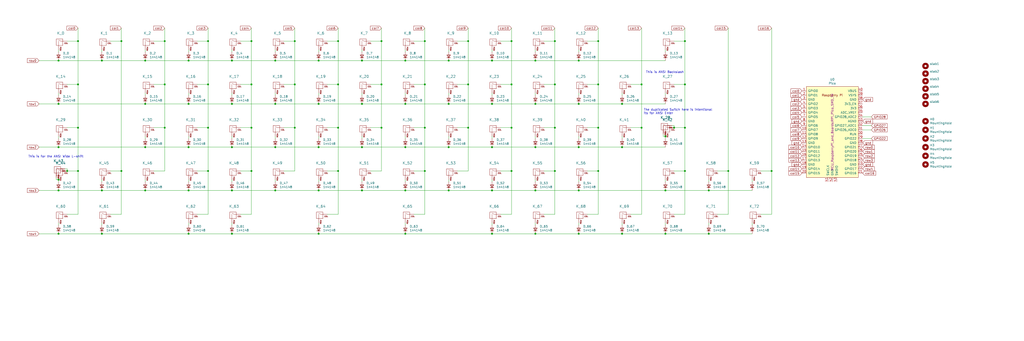
<source format=kicad_sch>
(kicad_sch (version 20211123) (generator eeschema)
  (paper "User" 599.999 200)
  (junction (at 237.49 35.56))
  (junction (at 147.32 100.33))
  (junction (at 313.69 86.36))
  (junction (at 121.92 100.33))
  (junction (at 85.09 86.36))
  (junction (at 34.29 86.36))
  (junction (at 172.72 24.13))
  (junction (at 45.72 24.13))
  (junction (at 135.89 60.96))
  (junction (at 313.69 111.76))
  (junction (at 198.12 49.53))
  (junction (at 198.12 74.93))
  (junction (at 299.72 24.13))
  (junction (at 147.32 74.93))
  (junction (at 212.09 86.36))
  (junction (at 394.97 74.93))
  (junction (at 389.89 137.16))
  (junction (at 110.49 111.76))
  (junction (at 339.09 86.36))
  (junction (at 350.52 74.93))
  (junction (at 135.89 111.76))
  (junction (at 288.29 111.76))
  (junction (at 59.69 35.56))
  (junction (at 59.69 137.16))
  (junction (at 262.89 60.96))
  (junction (at 237.49 137.16))
  (junction (at 401.32 100.33))
  (junction (at 288.29 35.56))
  (junction (at 110.49 60.96))
  (junction (at 161.29 35.56))
  (junction (at 364.49 86.36))
  (junction (at 274.32 49.53))
  (junction (at 401.32 49.53))
  (junction (at 237.49 86.36))
  (junction (at 313.69 137.16))
  (junction (at 161.29 60.96))
  (junction (at 262.89 35.56))
  (junction (at 288.29 60.96))
  (junction (at 364.49 137.16))
  (junction (at 325.12 100.33))
  (junction (at 339.09 60.96))
  (junction (at 161.29 86.36))
  (junction (at 299.72 49.53))
  (junction (at 248.92 24.13))
  (junction (at 262.89 111.76))
  (junction (at 339.09 111.76))
  (junction (at 96.52 24.13))
  (junction (at 34.29 137.16))
  (junction (at 350.52 24.13))
  (junction (at 121.92 74.93))
  (junction (at 237.49 60.96))
  (junction (at 85.09 35.56))
  (junction (at 39.37 100.33))
  (junction (at 237.49 111.76))
  (junction (at 186.69 86.36))
  (junction (at 135.89 86.36))
  (junction (at 45.72 74.93))
  (junction (at 186.69 111.76))
  (junction (at 389.89 111.76))
  (junction (at 364.49 60.96))
  (junction (at 212.09 111.76))
  (junction (at 223.52 24.13))
  (junction (at 426.72 100.33))
  (junction (at 71.12 24.13))
  (junction (at 274.32 24.13))
  (junction (at 186.69 60.96))
  (junction (at 223.52 49.53))
  (junction (at 135.89 35.56))
  (junction (at 96.52 49.53))
  (junction (at 34.29 111.76))
  (junction (at 59.69 111.76))
  (junction (at 452.12 100.33))
  (junction (at 288.29 86.36))
  (junction (at 313.69 35.56))
  (junction (at 389.89 80.01))
  (junction (at 161.29 111.76))
  (junction (at 198.12 24.13))
  (junction (at 415.29 137.16))
  (junction (at 110.49 137.16))
  (junction (at 313.69 60.96))
  (junction (at 262.89 86.36))
  (junction (at 110.49 35.56))
  (junction (at 85.09 111.76))
  (junction (at 350.52 49.53))
  (junction (at 147.32 24.13))
  (junction (at 34.29 60.96))
  (junction (at 350.52 100.33))
  (junction (at 401.32 24.13))
  (junction (at 121.92 49.53))
  (junction (at 121.92 24.13))
  (junction (at 375.92 74.93))
  (junction (at 415.29 111.76))
  (junction (at 147.32 49.53))
  (junction (at 34.29 105.41))
  (junction (at 212.09 60.96))
  (junction (at 212.09 35.56))
  (junction (at 248.92 49.53))
  (junction (at 34.29 35.56))
  (junction (at 339.09 137.16))
  (junction (at 401.32 74.93))
  (junction (at 248.92 74.93))
  (junction (at 339.09 35.56))
  (junction (at 186.69 35.56))
  (junction (at 135.89 137.16))
  (junction (at 299.72 100.33))
  (junction (at 325.12 24.13))
  (junction (at 96.52 74.93))
  (junction (at 248.92 100.33))
  (junction (at 45.72 49.53))
  (junction (at 71.12 100.33))
  (junction (at 325.12 49.53))
  (junction (at 223.52 74.93))
  (junction (at 172.72 49.53))
  (junction (at 198.12 100.33))
  (junction (at 85.09 60.96))
  (junction (at 110.49 86.36))
  (junction (at 288.29 137.16))
  (junction (at 274.32 74.93))
  (junction (at 325.12 74.93))
  (junction (at 299.72 74.93))
  (junction (at 375.92 49.53))
  (junction (at 186.69 137.16))
  (junction (at 172.72 74.93))
  (junction (at 45.72 100.33))
  (wire (pts (xy 339.09 35.56) (xy 389.89 35.56)))
  (wire (pts (xy 394.97 125.73) (xy 401.32 125.73)))
  (wire (pts (xy 350.52 125.73) (xy 350.52 100.33)))
  (wire (pts (xy 191.77 24.13) (xy 198.12 24.13)))
  (wire (pts (xy 293.37 125.73) (xy 299.72 125.73)))
  (wire (pts (xy 110.49 105.41) (xy 110.49 106.68)))
  (wire (pts (xy 161.29 111.76) (xy 186.69 111.76)))
  (wire (pts (xy 350.52 74.93) (xy 350.52 49.53)))
  (wire (pts (xy 172.72 74.93) (xy 172.72 49.53)))
  (wire (pts (xy 313.69 105.41) (xy 313.69 106.68)))
  (wire (pts (xy 248.92 24.13) (xy 248.92 49.53)))
  (wire (pts (xy 96.52 100.33) (xy 96.52 74.93)))
  (wire (pts (xy 223.52 24.13) (xy 223.52 49.53)))
  (wire (pts (xy 135.89 60.96) (xy 161.29 60.96)))
  (wire (pts (xy 212.09 105.41) (xy 212.09 106.68)))
  (wire (pts (xy 186.69 130.81) (xy 186.69 132.08)))
  (wire (pts (xy 39.37 24.13) (xy 45.72 24.13)))
  (wire (pts (xy 415.29 111.76) (xy 440.69 111.76)))
  (wire (pts (xy 237.49 86.36) (xy 262.89 86.36)))
  (wire (pts (xy 394.97 24.13) (xy 401.32 24.13)))
  (wire (pts (xy 96.52 74.93) (xy 96.52 49.53)))
  (wire (pts (xy 59.69 105.41) (xy 59.69 106.68)))
  (wire (pts (xy 59.69 35.56) (xy 85.09 35.56)))
  (wire (pts (xy 191.77 100.33) (xy 198.12 100.33)))
  (wire (pts (xy 34.29 35.56) (xy 59.69 35.56)))
  (wire (pts (xy 22.86 60.96) (xy 34.29 60.96)))
  (wire (pts (xy 212.09 111.76) (xy 237.49 111.76)))
  (wire (pts (xy 288.29 60.96) (xy 313.69 60.96)))
  (wire (pts (xy 393.7 73.66) (xy 394.97 73.66)))
  (wire (pts (xy 110.49 111.76) (xy 135.89 111.76)))
  (wire (pts (xy 388.62 78.74) (xy 388.62 80.01)))
  (wire (pts (xy 140.97 125.73) (xy 147.32 125.73)))
  (wire (pts (xy 64.77 24.13) (xy 71.12 24.13)))
  (wire (pts (xy 186.69 137.16) (xy 237.49 137.16)))
  (wire (pts (xy 420.37 125.73) (xy 426.72 125.73)))
  (wire (pts (xy 96.52 24.13) (xy 96.52 49.53)))
  (wire (pts (xy 389.89 105.41) (xy 389.89 106.68)))
  (wire (pts (xy 237.49 130.81) (xy 237.49 132.08)))
  (wire (pts (xy 267.97 24.13) (xy 274.32 24.13)))
  (wire (pts (xy 313.69 86.36) (xy 339.09 86.36)))
  (wire (pts (xy 293.37 100.33) (xy 299.72 100.33)))
  (wire (pts (xy 318.77 100.33) (xy 325.12 100.33)))
  (wire (pts (xy 344.17 49.53) (xy 350.52 49.53)))
  (wire (pts (xy 299.72 125.73) (xy 299.72 100.33)))
  (wire (pts (xy 161.29 54.61) (xy 161.29 55.88)))
  (wire (pts (xy 161.29 80.01) (xy 161.29 81.28)))
  (wire (pts (xy 140.97 24.13) (xy 147.32 24.13)))
  (wire (pts (xy 325.12 24.13) (xy 325.12 49.53)))
  (wire (pts (xy 140.97 49.53) (xy 147.32 49.53)))
  (wire (pts (xy 364.49 130.81) (xy 364.49 132.08)))
  (wire (pts (xy 248.92 125.73) (xy 248.92 100.33)))
  (wire (pts (xy 96.52 16.51) (xy 96.52 24.13)))
  (wire (pts (xy 186.69 111.76) (xy 212.09 111.76)))
  (wire (pts (xy 85.09 29.21) (xy 85.09 30.48)))
  (wire (pts (xy 401.32 100.33) (xy 401.32 74.93)))
  (wire (pts (xy 339.09 86.36) (xy 364.49 86.36)))
  (wire (pts (xy 147.32 16.51) (xy 147.32 24.13)))
  (wire (pts (xy 59.69 111.76) (xy 85.09 111.76)))
  (wire (pts (xy 364.49 137.16) (xy 389.89 137.16)))
  (wire (pts (xy 135.89 137.16) (xy 186.69 137.16)))
  (wire (pts (xy 85.09 60.96) (xy 110.49 60.96)))
  (wire (pts (xy 325.12 74.93) (xy 325.12 49.53)))
  (wire (pts (xy 198.12 16.51) (xy 198.12 24.13)))
  (wire (pts (xy 288.29 29.21) (xy 288.29 30.48)))
  (wire (pts (xy 313.69 29.21) (xy 313.69 30.48)))
  (wire (pts (xy 325.12 100.33) (xy 325.12 74.93)))
  (wire (pts (xy 313.69 130.81) (xy 313.69 132.08)))
  (wire (pts (xy 369.57 74.93) (xy 375.92 74.93)))
  (wire (pts (xy 267.97 49.53) (xy 274.32 49.53)))
  (wire (pts (xy 288.29 137.16) (xy 313.69 137.16)))
  (wire (pts (xy 288.29 105.41) (xy 288.29 106.68)))
  (wire (pts (xy 350.52 24.13) (xy 350.52 49.53)))
  (wire (pts (xy 288.29 80.01) (xy 288.29 81.28)))
  (wire (pts (xy 212.09 35.56) (xy 237.49 35.56)))
  (wire (pts (xy 198.12 125.73) (xy 198.12 100.33)))
  (wire (pts (xy 135.89 54.61) (xy 135.89 55.88)))
  (wire (pts (xy 140.97 74.93) (xy 147.32 74.93)))
  (wire (pts (xy 262.89 105.41) (xy 262.89 106.68)))
  (wire (pts (xy 242.57 49.53) (xy 248.92 49.53)))
  (wire (pts (xy 110.49 60.96) (xy 135.89 60.96)))
  (wire (pts (xy 339.09 60.96) (xy 364.49 60.96)))
  (wire (pts (xy 186.69 54.61) (xy 186.69 55.88)))
  (wire (pts (xy 135.89 80.01) (xy 135.89 81.28)))
  (wire (pts (xy 344.17 100.33) (xy 350.52 100.33)))
  (wire (pts (xy 401.32 49.53) (xy 401.32 74.93)))
  (wire (pts (xy 90.17 100.33) (xy 96.52 100.33)))
  (wire (pts (xy 39.37 74.93) (xy 45.72 74.93)))
  (wire (pts (xy 313.69 111.76) (xy 339.09 111.76)))
  (wire (pts (xy 325.12 125.73) (xy 325.12 100.33)))
  (wire (pts (xy 339.09 137.16) (xy 364.49 137.16)))
  (wire (pts (xy 364.49 54.61) (xy 364.49 55.88)))
  (wire (pts (xy 369.57 125.73) (xy 375.92 125.73)))
  (wire (pts (xy 147.32 74.93) (xy 147.32 49.53)))
  (wire (pts (xy 115.57 24.13) (xy 121.92 24.13)))
  (wire (pts (xy 186.69 80.01) (xy 186.69 81.28)))
  (wire (pts (xy 318.77 125.73) (xy 325.12 125.73)))
  (wire (pts (xy 85.09 80.01) (xy 85.09 81.28)))
  (wire (pts (xy 375.92 16.51) (xy 375.92 49.53)))
  (wire (pts (xy 166.37 24.13) (xy 172.72 24.13)))
  (wire (pts (xy 161.29 29.21) (xy 161.29 30.48)))
  (wire (pts (xy 445.77 100.33) (xy 452.12 100.33)))
  (wire (pts (xy 426.72 16.51) (xy 426.72 100.33)))
  (wire (pts (xy 452.12 16.51) (xy 452.12 100.33)))
  (wire (pts (xy 161.29 105.41) (xy 161.29 106.68)))
  (wire (pts (xy 262.89 29.21) (xy 262.89 30.48)))
  (wire (pts (xy 339.09 105.41) (xy 339.09 106.68)))
  (wire (pts (xy 389.89 137.16) (xy 415.29 137.16)))
  (wire (pts (xy 71.12 125.73) (xy 71.12 100.33)))
  (wire (pts (xy 115.57 49.53) (xy 121.92 49.53)))
  (wire (pts (xy 161.29 60.96) (xy 186.69 60.96)))
  (wire (pts (xy 415.29 105.41) (xy 415.29 106.68)))
  (wire (pts (xy 242.57 100.33) (xy 248.92 100.33)))
  (wire (pts (xy 237.49 35.56) (xy 262.89 35.56)))
  (wire (pts (xy 217.17 100.33) (xy 223.52 100.33)))
  (wire (pts (xy 110.49 86.36) (xy 135.89 86.36)))
  (wire (pts (xy 274.32 74.93) (xy 274.32 49.53)))
  (wire (pts (xy 34.29 29.21) (xy 34.29 30.48)))
  (wire (pts (xy 22.86 137.16) (xy 34.29 137.16)))
  (wire (pts (xy 299.72 24.13) (xy 299.72 49.53)))
  (wire (pts (xy 420.37 100.33) (xy 426.72 100.33)))
  (wire (pts (xy 147.32 24.13) (xy 147.32 49.53)))
  (wire (pts (xy 242.57 74.93) (xy 248.92 74.93)))
  (wire (pts (xy 166.37 49.53) (xy 172.72 49.53)))
  (wire (pts (xy 212.09 54.61) (xy 212.09 55.88)))
  (wire (pts (xy 186.69 86.36) (xy 212.09 86.36)))
  (wire (pts (xy 313.69 54.61) (xy 313.69 55.88)))
  (wire (pts (xy 121.92 16.51) (xy 121.92 24.13)))
  (wire (pts (xy 34.29 86.36) (xy 85.09 86.36)))
  (wire (pts (xy 344.17 125.73) (xy 350.52 125.73)))
  (wire (pts (xy 262.89 111.76) (xy 288.29 111.76)))
  (wire (pts (xy 237.49 29.21) (xy 237.49 30.48)))
  (wire (pts (xy 339.09 54.61) (xy 339.09 55.88)))
  (wire (pts (xy 313.69 35.56) (xy 339.09 35.56)))
  (wire (pts (xy 237.49 54.61) (xy 237.49 55.88)))
  (wire (pts (xy 293.37 24.13) (xy 299.72 24.13)))
  (wire (pts (xy 85.09 111.76) (xy 110.49 111.76)))
  (wire (pts (xy 217.17 49.53) (xy 223.52 49.53)))
  (wire (pts (xy 375.92 125.73) (xy 375.92 74.93)))
  (wire (pts (xy 71.12 16.51) (xy 71.12 24.13)))
  (wire (pts (xy 135.89 86.36) (xy 161.29 86.36)))
  (wire (pts (xy 388.62 80.01) (xy 389.89 80.01)))
  (wire (pts (xy 217.17 24.13) (xy 223.52 24.13)))
  (wire (pts (xy 198.12 74.93) (xy 198.12 49.53)))
  (wire (pts (xy 85.09 35.56) (xy 110.49 35.56)))
  (wire (pts (xy 389.89 111.76) (xy 415.29 111.76)))
  (wire (pts (xy 313.69 137.16) (xy 339.09 137.16)))
  (wire (pts (xy 39.37 125.73) (xy 45.72 125.73)))
  (wire (pts (xy 394.97 100.33) (xy 401.32 100.33)))
  (wire (pts (xy 505.46 76.2) (xy 510.54 76.2)))
  (wire (pts (xy 389.89 29.21) (xy 389.89 30.48)))
  (wire (pts (xy 318.77 74.93) (xy 325.12 74.93)))
  (wire (pts (xy 440.69 130.81) (xy 440.69 132.08)))
  (wire (pts (xy 172.72 24.13) (xy 172.72 49.53)))
  (wire (pts (xy 110.49 130.81) (xy 110.49 132.08)))
  (wire (pts (xy 267.97 74.93) (xy 274.32 74.93)))
  (wire (pts (xy 85.09 86.36) (xy 110.49 86.36)))
  (wire (pts (xy 110.49 137.16) (xy 135.89 137.16)))
  (wire (pts (xy 274.32 100.33) (xy 274.32 74.93)))
  (wire (pts (xy 110.49 29.21) (xy 110.49 30.48)))
  (wire (pts (xy 33.02 104.14) (xy 33.02 105.41)))
  (wire (pts (xy 45.72 16.51) (xy 45.72 24.13)))
  (wire (pts (xy 510.54 73.66) (xy 505.46 73.66)))
  (wire (pts (xy 71.12 24.13) (xy 71.12 100.33)))
  (wire (pts (xy 440.69 105.41) (xy 440.69 106.68)))
  (wire (pts (xy 115.57 74.93) (xy 121.92 74.93)))
  (wire (pts (xy 452.12 125.73) (xy 452.12 100.33)))
  (wire (pts (xy 45.72 74.93) (xy 45.72 49.53)))
  (wire (pts (xy 90.17 49.53) (xy 96.52 49.53)))
  (wire (pts (xy 505.46 68.58) (xy 510.54 68.58)))
  (wire (pts (xy 59.69 29.21) (xy 59.69 30.48)))
  (wire (pts (xy 33.02 105.41) (xy 34.29 105.41)))
  (wire (pts (xy 135.89 35.56) (xy 161.29 35.56)))
  (wire (pts (xy 166.37 74.93) (xy 172.72 74.93)))
  (wire (pts (xy 22.86 111.76) (xy 34.29 111.76)))
  (wire (pts (xy 364.49 60.96) (xy 389.89 60.96)))
  (wire (pts (xy 38.1 99.06) (xy 39.37 99.06)))
  (wire (pts (xy 212.09 60.96) (xy 237.49 60.96)))
  (wire (pts (xy 262.89 54.61) (xy 262.89 55.88)))
  (wire (pts (xy 59.69 137.16) (xy 110.49 137.16)))
  (wire (pts (xy 237.49 111.76) (xy 262.89 111.76)))
  (wire (pts (xy 288.29 54.61) (xy 288.29 55.88)))
  (wire (pts (xy 274.32 16.51) (xy 274.32 24.13)))
  (wire (pts (xy 22.86 86.36) (xy 34.29 86.36)))
  (wire (pts (xy 198.12 100.33) (xy 198.12 74.93)))
  (wire (pts (xy 288.29 35.56) (xy 313.69 35.56)))
  (wire (pts (xy 445.77 125.73) (xy 452.12 125.73)))
  (wire (pts (xy 161.29 86.36) (xy 186.69 86.36)))
  (wire (pts (xy 39.37 49.53) (xy 45.72 49.53)))
  (wire (pts (xy 339.09 29.21) (xy 339.09 30.48)))
  (wire (pts (xy 318.77 49.53) (xy 325.12 49.53)))
  (wire (pts (xy 186.69 60.96) (xy 212.09 60.96)))
  (wire (pts (xy 313.69 80.01) (xy 313.69 81.28)))
  (wire (pts (xy 237.49 80.01) (xy 237.49 81.28)))
  (wire (pts (xy 85.09 105.41) (xy 85.09 106.68)))
  (wire (pts (xy 237.49 137.16) (xy 288.29 137.16)))
  (wire (pts (xy 135.89 130.81) (xy 135.89 132.08)))
  (wire (pts (xy 147.32 100.33) (xy 147.32 74.93)))
  (wire (pts (xy 288.29 86.36) (xy 313.69 86.36)))
  (wire (pts (xy 318.77 24.13) (xy 325.12 24.13)))
  (wire (pts (xy 394.97 74.93) (xy 401.32 74.93)))
  (wire (pts (xy 299.72 100.33) (xy 299.72 74.93)))
  (wire (pts (xy 364.49 86.36) (xy 389.89 86.36)))
  (wire (pts (xy 34.29 60.96) (xy 85.09 60.96)))
  (wire (pts (xy 39.37 100.33) (xy 45.72 100.33)))
  (wire (pts (xy 90.17 24.13) (xy 96.52 24.13)))
  (wire (pts (xy 34.29 137.16) (xy 59.69 137.16)))
  (wire (pts (xy 237.49 60.96) (xy 262.89 60.96)))
  (wire (pts (xy 191.77 125.73) (xy 198.12 125.73)))
  (wire (pts (xy 401.32 16.51) (xy 401.32 24.13)))
  (wire (pts (xy 45.72 24.13) (xy 45.72 49.53)))
  (wire (pts (xy 217.17 74.93) (xy 223.52 74.93)))
  (wire (pts (xy 415.29 130.81) (xy 415.29 132.08)))
  (wire (pts (xy 350.52 16.51) (xy 350.52 24.13)))
  (wire (pts (xy 274.32 24.13) (xy 274.32 49.53)))
  (wire (pts (xy 375.92 74.93) (xy 375.92 49.53)))
  (wire (pts (xy 140.97 100.33) (xy 147.32 100.33)))
  (wire (pts (xy 172.72 16.51) (xy 172.72 24.13)))
  (wire (pts (xy 34.29 54.61) (xy 34.29 55.88)))
  (wire (pts (xy 339.09 80.01) (xy 339.09 81.28)))
  (wire (pts (xy 350.52 100.33) (xy 350.52 74.93)))
  (wire (pts (xy 110.49 35.56) (xy 135.89 35.56)))
  (wire (pts (xy 288.29 130.81) (xy 288.29 132.08)))
  (wire (pts (xy 313.69 60.96) (xy 339.09 60.96)))
  (wire (pts (xy 394.97 73.66) (xy 394.97 74.93)))
  (wire (pts (xy 242.57 125.73) (xy 248.92 125.73)))
  (wire (pts (xy 344.17 24.13) (xy 350.52 24.13)))
  (wire (pts (xy 115.57 125.73) (xy 121.92 125.73)))
  (wire (pts (xy 64.77 100.33) (xy 71.12 100.33)))
  (wire (pts (xy 64.77 125.73) (xy 71.12 125.73)))
  (wire (pts (xy 248.92 74.93) (xy 248.92 49.53)))
  (wire (pts (xy 389.89 130.81) (xy 389.89 132.08)))
  (wire (pts (xy 59.69 130.81) (xy 59.69 132.08)))
  (wire (pts (xy 401.32 125.73) (xy 401.32 100.33)))
  (wire (pts (xy 121.92 100.33) (xy 121.92 74.93)))
  (wire (pts (xy 339.09 130.81) (xy 339.09 132.08)))
  (wire (pts (xy 293.37 74.93) (xy 299.72 74.93)))
  (wire (pts (xy 22.86 35.56) (xy 34.29 35.56)))
  (wire (pts (xy 212.09 80.01) (xy 212.09 81.28)))
  (wire (pts (xy 394.97 49.53) (xy 401.32 49.53)))
  (wire (pts (xy 223.52 74.93) (xy 223.52 49.53)))
  (wire (pts (xy 339.09 111.76) (xy 389.89 111.76)))
  (wire (pts (xy 45.72 100.33) (xy 45.72 74.93)))
  (wire (pts (xy 39.37 99.06) (xy 39.37 100.33)))
  (wire (pts (xy 262.89 80.01) (xy 262.89 81.28)))
  (wire (pts (xy 166.37 100.33) (xy 172.72 100.33)))
  (wire (pts (xy 401.32 24.13) (xy 401.32 49.53)))
  (wire (pts (xy 85.09 54.61) (xy 85.09 55.88)))
  (wire (pts (xy 186.69 105.41) (xy 186.69 106.68)))
  (wire (pts (xy 121.92 74.93) (xy 121.92 49.53)))
  (wire (pts (xy 293.37 49.53) (xy 299.72 49.53)))
  (wire (pts (xy 267.97 100.33) (xy 274.32 100.33)))
  (wire (pts (xy 34.29 111.76) (xy 59.69 111.76)))
  (wire (pts (xy 34.29 130.81) (xy 34.29 132.08)))
  (wire (pts (xy 242.57 24.13) (xy 248.92 24.13)))
  (wire (pts (xy 262.89 35.56) (xy 288.29 35.56)))
  (wire (pts (xy 198.12 24.13) (xy 198.12 49.53)))
  (wire (pts (xy 186.69 29.21) (xy 186.69 30.48)))
  (wire (pts (xy 248.92 100.33) (xy 248.92 74.93)))
  (wire (pts (xy 161.29 35.56) (xy 186.69 35.56)))
  (wire (pts (xy 191.77 49.53) (xy 198.12 49.53)))
  (wire (pts (xy 223.52 100.33) (xy 223.52 74.93)))
  (wire (pts (xy 299.72 74.93) (xy 299.72 49.53)))
  (wire (pts (xy 262.89 60.96) (xy 288.29 60.96)))
  (wire (pts (xy 364.49 80.01) (xy 364.49 81.28)))
  (wire (pts (xy 147.32 125.73) (xy 147.32 100.33)))
  (wire (pts (xy 186.69 35.56) (xy 212.09 35.56)))
  (wire (pts (xy 115.57 100.33) (xy 121.92 100.33)))
  (wire (pts (xy 110.49 54.61) (xy 110.49 55.88)))
  (wire (pts (xy 212.09 86.36) (xy 237.49 86.36)))
  (wire (pts (xy 110.49 80.01) (xy 110.49 81.28)))
  (wire (pts (xy 344.17 74.93) (xy 350.52 74.93)))
  (wire (pts (xy 237.49 105.41) (xy 237.49 106.68)))
  (wire (pts (xy 369.57 49.53) (xy 375.92 49.53)))
  (wire (pts (xy 34.29 80.01) (xy 34.29 81.28)))
  (wire (pts (xy 415.29 137.16) (xy 440.69 137.16)))
  (wire (pts (xy 34.29 105.41) (xy 34.29 106.68)))
  (wire (pts (xy 505.46 81.28) (xy 510.54 81.28)))
  (wire (pts (xy 135.89 29.21) (xy 135.89 30.48)))
  (wire (pts (xy 262.89 86.36) (xy 288.29 86.36)))
  (wire (pts (xy 299.72 16.51) (xy 299.72 24.13)))
  (wire (pts (xy 288.29 111.76) (xy 313.69 111.76)))
  (wire (pts (xy 45.72 125.73) (xy 45.72 100.33)))
  (wire (pts (xy 121.92 125.73) (xy 121.92 100.33)))
  (wire (pts (xy 212.09 29.21) (xy 212.09 30.48)))
  (wire (pts (xy 135.89 111.76) (xy 161.29 111.76)))
  (wire (pts (xy 248.92 16.51) (xy 248.92 24.13)))
  (wire (pts (xy 191.77 74.93) (xy 198.12 74.93)))
  (wire (pts (xy 325.12 16.51) (xy 325.12 24.13)))
  (wire (pts (xy 426.72 125.73) (xy 426.72 100.33)))
  (wire (pts (xy 90.17 74.93) (xy 96.52 74.93)))
  (wire (pts (xy 223.52 16.51) (xy 223.52 24.13)))
  (wire (pts (xy 389.89 80.01) (xy 389.89 81.28)))
  (wire (pts (xy 121.92 24.13) (xy 121.92 49.53)))
  (wire (pts (xy 135.89 105.41) (xy 135.89 106.68)))
  (wire (pts (xy 172.72 100.33) (xy 172.72 74.93)))
  (wire (pts (xy 389.89 55.88) (xy 389.89 54.61)))
  (text "The duplicated Switch here is intentional\nits for ANSI Enter" (at 377.19 67.31 0) (effects (font (size 1.27 1.27)) (justify left bottom)))
  (text "This is ANSI Backslash" (at 378.46 43.18 0) (effects (font (size 1.27 1.27)) (justify left bottom)))
  (text "This is for the ANSI Wide L-shift" (at 16.51 92.71 0) (effects (font (size 1.27 1.27)) (justify left bottom)))
  (global_label "gnd" (shape input) (at 505.46 83.82 0) (property "Intersheet References" "${INTERSHEET_REFS}" (effects hide)))
  (global_label "gnd" (shape input) (at 469.9 58.42 180) (property "Intersheet References" "${INTERSHEET_REFS}" (effects hide)))
  (global_label "col9" (shape input) (at 469.9 81.28 180) (property "Intersheet References" "${INTERSHEET_REFS}" (effects hide)))
  (global_label "row3" (shape input) (at 505.46 93.98 0) (property "Intersheet References" "${INTERSHEET_REFS}" (effects hide)))
  (global_label "col5" (shape input) (at 172.72 16.51 180) (property "Intersheet References" "${INTERSHEET_REFS}" (effects hide)))
  (global_label "col0" (shape input) (at 469.9 53.34 180) (property "Intersheet References" "${INTERSHEET_REFS}" (effects hide)))
  (global_label "col1" (shape input) (at 469.9 55.88 180) (property "Intersheet References" "${INTERSHEET_REFS}" (effects hide)))
  (global_label "col6" (shape input) (at 469.9 73.66 180) (property "Intersheet References" "${INTERSHEET_REFS}" (effects hide)))
  (global_label "gnd" (shape input) (at 469.9 71.12 180) (property "Intersheet References" "${INTERSHEET_REFS}" (effects hide)))
  (global_label "col6" (shape input) (at 198.12 16.51 180) (property "Intersheet References" "${INTERSHEET_REFS}" (effects hide)))
  (global_label "GPIO22" (shape input) (at 510.54 81.28 0) (property "Intersheet References" "${INTERSHEET_REFS}" (effects hide)))
  (global_label "col16" (shape input) (at 505.46 101.6 0) (property "Intersheet References" "${INTERSHEET_REFS}" (effects hide)))
  (global_label "GPIO28" (shape input) (at 510.54 68.58 0) (property "Intersheet References" "${INTERSHEET_REFS}" (effects hide)))
  (global_label "row4" (shape input) (at 22.86 137.16 180) (property "Intersheet References" "${INTERSHEET_REFS}" (effects hide)))
  (global_label "row1" (shape input) (at 505.46 88.9 0) (property "Intersheet References" "${INTERSHEET_REFS}" (effects hide)))
  (global_label "col0" (shape input) (at 45.72 16.51 180) (property "Intersheet References" "${INTERSHEET_REFS}" (effects hide)))
  (global_label "gnd" (shape input) (at 505.46 58.42 0) (property "Intersheet References" "${INTERSHEET_REFS}" (effects hide)))
  (global_label "row2" (shape input) (at 505.46 91.44 0) (property "Intersheet References" "${INTERSHEET_REFS}" (effects hide)))
  (global_label "col2" (shape input) (at 96.52 16.51 180) (property "Intersheet References" "${INTERSHEET_REFS}" (effects hide)))
  (global_label "gnd" (shape input) (at 505.46 71.12 0) (property "Intersheet References" "${INTERSHEET_REFS}" (effects hide)))
  (global_label "GPIO27" (shape input) (at 510.54 73.66 0) (property "Intersheet References" "${INTERSHEET_REFS}" (effects hide)))
  (global_label "col13" (shape input) (at 375.92 16.51 180) (property "Intersheet References" "${INTERSHEET_REFS}" (effects hide)))
  (global_label "col5" (shape input) (at 469.9 68.58 180) (property "Intersheet References" "${INTERSHEET_REFS}" (effects hide)))
  (global_label "col14" (shape input) (at 401.32 16.51 180) (property "Intersheet References" "${INTERSHEET_REFS}" (effects hide)))
  (global_label "col10" (shape input) (at 469.9 86.36 180) (property "Intersheet References" "${INTERSHEET_REFS}" (effects hide)))
  (global_label "col16" (shape input) (at 452.12 16.51 180) (property "Intersheet References" "${INTERSHEET_REFS}" (effects hide)))
  (global_label "GPIO26" (shape input) (at 510.54 76.2 0) (property "Intersheet References" "${INTERSHEET_REFS}" (effects hide)))
  (global_label "col12" (shape input) (at 350.52 16.51 180) (property "Intersheet References" "${INTERSHEET_REFS}" (effects hide)))
  (global_label "col2" (shape input) (at 469.9 60.96 180) (property "Intersheet References" "${INTERSHEET_REFS}" (effects hide)))
  (global_label "col7" (shape input) (at 469.9 76.2 180) (property "Intersheet References" "${INTERSHEET_REFS}" (effects hide)))
  (global_label "row0" (shape input) (at 505.46 86.36 0) (property "Intersheet References" "${INTERSHEET_REFS}" (effects hide)))
  (global_label "col3" (shape input) (at 469.9 63.5 180) (property "Intersheet References" "${INTERSHEET_REFS}" (effects hide)))
  (global_label "col7" (shape input) (at 223.52 16.51 180) (property "Intersheet References" "${INTERSHEET_REFS}" (effects hide)))
  (global_label "row0" (shape input) (at 22.86 35.56 180) (property "Intersheet References" "${INTERSHEET_REFS}" (effects hide)))
  (global_label "gnd" (shape input) (at 469.9 83.82 180) (property "Intersheet References" "${INTERSHEET_REFS}" (effects hide)))
  (global_label "row3" (shape input) (at 22.86 111.76 180) (property "Intersheet References" "${INTERSHEET_REFS}" (effects hide)))
  (global_label "col4" (shape input) (at 469.9 66.04 180) (property "Intersheet References" "${INTERSHEET_REFS}" (effects hide)))
  (global_label "col11" (shape input) (at 325.12 16.51 180) (property "Intersheet References" "${INTERSHEET_REFS}" (effects hide)))
  (global_label "col13" (shape input) (at 469.9 93.98 180) (property "Intersheet References" "${INTERSHEET_REFS}" (effects hide)))
  (global_label "col1" (shape input) (at 71.12 16.51 180) (property "Intersheet References" "${INTERSHEET_REFS}" (effects hide)))
  (global_label "col11" (shape input) (at 469.9 88.9 180) (property "Intersheet References" "${INTERSHEET_REFS}" (effects hide)))
  (global_label "col8" (shape input) (at 248.92 16.51 180) (property "Intersheet References" "${INTERSHEET_REFS}" (effects hide)))
  (global_label "col4" (shape input) (at 147.32 16.51 180) (property "Intersheet References" "${INTERSHEET_REFS}" (effects hide)))
  (global_label "col3" (shape input) (at 121.92 16.51 180) (property "Intersheet References" "${INTERSHEET_REFS}" (effects hide)))
  (global_label "row2" (shape input) (at 22.86 86.36 180) (property "Intersheet References" "${INTERSHEET_REFS}" (effects hide)))
  (global_label "col15" (shape input) (at 426.72 16.51 180) (property "Intersheet References" "${INTERSHEET_REFS}" (effects hide)))
  (global_label "col12" (shape input) (at 469.9 91.44 180) (property "Intersheet References" "${INTERSHEET_REFS}" (effects hide)))
  (global_label "col8" (shape input) (at 469.9 78.74 180) (property "Intersheet References" "${INTERSHEET_REFS}" (effects hide)))
  (global_label "col14" (shape input) (at 469.9 99.06 180) (property "Intersheet References" "${INTERSHEET_REFS}" (effects hide)))
  (global_label "row1" (shape input) (at 22.86 60.96 180) (property "Intersheet References" "${INTERSHEET_REFS}" (effects hide)))
  (global_label "col10" (shape input) (at 299.72 16.51 180) (property "Intersheet References" "${INTERSHEET_REFS}" (effects hide)))
  (global_label "gnd" (shape input) (at 505.46 96.52 0) (property "Intersheet References" "${INTERSHEET_REFS}" (effects hide)))
  (global_label "gnd" (shape input) (at 469.9 96.52 180) (property "Intersheet References" "${INTERSHEET_REFS}" (effects hide)))
  (global_label "row4" (shape input) (at 505.46 99.06 0) (property "Intersheet References" "${INTERSHEET_REFS}" (effects hide)))
  (global_label "col9" (shape input) (at 274.32 16.51 180) (property "Intersheet References" "${INTERSHEET_REFS}" (effects hide)))
  (global_label "col15" (shape input) (at 469.9 101.6 180) (property "Intersheet References" "${INTERSHEET_REFS}" (effects hide)))
  (symbol (lib_id "MX_Alps_Hybrid:MX-NoLED") (at 35.56 25.4 0) (unit 1)
    (property "Reference" "K_0" (at 35.56 19.4818 0) (effects (font (size 1.524 1.524))))
    (property "Value" "MX Switch" (effects hide))
    (property "Footprint" "envextras:SW_Kailh_Choc_V2" (effects hide))
  )
  (symbol (lib_id "Device:D_Small") (at 59.69 33.02 90) (unit 1)
    (property "Reference" "D_1" (at 62.23 31.242 90) (effects (justify right)))
    (property "Value" "1n4148" (at 62.23 33.528 90) (effects (justify right)))
    (property "Footprint" "Diode_SMD:D_SOD-123" (effects hide))
  )
  (symbol (lib_id "MX_Alps_Hybrid:MX-NoLED") (at 60.96 25.4 0) (unit 1)
    (property "Reference" "K_1" (at 60.96 19.4818 0) (effects (font (size 1.524 1.524))))
    (property "Value" "MX Switch" (effects hide))
    (property "Footprint" "envextras:SW_Kailh_Choc_V2" (effects hide))
  )
  (symbol (lib_id "Device:D_Small") (at 85.09 33.02 90) (unit 1)
    (property "Reference" "D_2" (at 87.63 31.242 90) (effects (justify right)))
    (property "Value" "1n4148" (at 87.63 33.528 90) (effects (justify right)))
    (property "Footprint" "Diode_SMD:D_SOD-123" (effects hide))
  )
  (symbol (lib_id "MX_Alps_Hybrid:MX-NoLED") (at 86.36 25.4 0) (unit 1)
    (property "Reference" "K_2" (at 86.36 19.4818 0) (effects (font (size 1.524 1.524))))
    (property "Value" "MX Switch" (effects hide))
    (property "Footprint" "envextras:SW_Kailh_Choc_V2" (effects hide))
  )
  (symbol (lib_id "Device:D_Small") (at 110.49 33.02 90) (unit 1)
    (property "Reference" "D_3" (at 113.03 31.242 90) (effects (justify right)))
    (property "Value" "1n4148" (at 113.03 33.528 90) (effects (justify right)))
    (property "Footprint" "Diode_SMD:D_SOD-123" (effects hide))
  )
  (symbol (lib_id "MX_Alps_Hybrid:MX-NoLED") (at 111.76 25.4 0) (unit 1)
    (property "Reference" "K_3" (at 111.76 19.4818 0) (effects (font (size 1.524 1.524))))
    (property "Value" "MX Switch" (effects hide))
    (property "Footprint" "envextras:SW_Kailh_Choc_V2" (effects hide))
  )
  (symbol (lib_id "Device:D_Small") (at 135.89 33.02 90) (unit 1)
    (property "Reference" "D_4" (at 138.43 31.242 90) (effects (justify right)))
    (property "Value" "1n4148" (at 138.43 33.528 90) (effects (justify right)))
    (property "Footprint" "Diode_SMD:D_SOD-123" (effects hide))
  )
  (symbol (lib_id "MX_Alps_Hybrid:MX-NoLED") (at 137.16 25.4 0) (unit 1)
    (property "Reference" "K_4" (at 137.16 19.4818 0) (effects (font (size 1.524 1.524))))
    (property "Value" "MX Switch" (effects hide))
    (property "Footprint" "envextras:SW_Kailh_Choc_V2" (effects hide))
  )
  (symbol (lib_id "Device:D_Small") (at 161.29 33.02 90) (unit 1)
    (property "Reference" "D_5" (at 163.83 31.242 90) (effects (justify right)))
    (property "Value" "1n4148" (at 163.83 33.528 90) (effects (justify right)))
    (property "Footprint" "Diode_SMD:D_SOD-123" (effects hide))
  )
  (symbol (lib_id "MX_Alps_Hybrid:MX-NoLED") (at 162.56 25.4 0) (unit 1)
    (property "Reference" "K_5" (at 162.56 19.4818 0) (effects (font (size 1.524 1.524))))
    (property "Value" "MX Switch" (effects hide))
    (property "Footprint" "envextras:SW_Kailh_Choc_V2" (effects hide))
  )
  (symbol (lib_id "Device:D_Small") (at 186.69 33.02 90) (unit 1)
    (property "Reference" "D_6" (at 189.23 31.242 90) (effects (justify right)))
    (property "Value" "1n4148" (at 189.23 33.528 90) (effects (justify right)))
    (property "Footprint" "Diode_SMD:D_SOD-123" (effects hide))
  )
  (symbol (lib_id "MX_Alps_Hybrid:MX-NoLED") (at 187.96 25.4 0) (unit 1)
    (property "Reference" "K_6" (at 187.96 19.4818 0) (effects (font (size 1.524 1.524))))
    (property "Value" "MX Switch" (effects hide))
    (property "Footprint" "envextras:SW_Kailh_Choc_V2" (effects hide))
  )
  (symbol (lib_id "Device:D_Small") (at 212.09 33.02 90) (unit 1)
    (property "Reference" "D_7" (at 214.63 31.242 90) (effects (justify right)))
    (property "Value" "1n4148" (at 214.63 33.528 90) (effects (justify right)))
    (property "Footprint" "Diode_SMD:D_SOD-123" (effects hide))
  )
  (symbol (lib_id "MX_Alps_Hybrid:MX-NoLED") (at 213.36 25.4 0) (unit 1)
    (property "Reference" "K_7" (at 213.36 19.4818 0) (effects (font (size 1.524 1.524))))
    (property "Value" "MX Switch" (effects hide))
    (property "Footprint" "envextras:SW_Kailh_Choc_V2" (effects hide))
  )
  (symbol (lib_id "Device:D_Small") (at 237.49 33.02 90) (unit 1)
    (property "Reference" "D_8" (at 240.03 31.242 90) (effects (justify right)))
    (property "Value" "1n4148" (at 240.03 33.528 90) (effects (justify right)))
    (property "Footprint" "Diode_SMD:D_SOD-123" (effects hide))
  )
  (symbol (lib_id "MX_Alps_Hybrid:MX-NoLED") (at 238.76 25.4 0) (unit 1)
    (property "Reference" "K_8" (at 238.76 19.4818 0) (effects (font (size 1.524 1.524))))
    (property "Value" "MX Switch" (effects hide))
    (property "Footprint" "envextras:SW_Kailh_Choc_V2" (effects hide))
  )
  (symbol (lib_id "Device:D_Small") (at 262.89 33.02 90) (unit 1)
    (property "Reference" "D_9" (at 265.43 31.242 90) (effects (justify right)))
    (property "Value" "1n4148" (at 265.43 33.528 90) (effects (justify right)))
    (property "Footprint" "Diode_SMD:D_SOD-123" (effects hide))
  )
  (symbol (lib_id "MX_Alps_Hybrid:MX-NoLED") (at 264.16 25.4 0) (unit 1)
    (property "Reference" "K_9" (at 264.16 19.4818 0) (effects (font (size 1.524 1.524))))
    (property "Value" "MX Switch" (effects hide))
    (property "Footprint" "envextras:SW_Kailh_Choc_V2" (effects hide))
  )
  (symbol (lib_id "Device:D_Small") (at 288.29 33.02 90) (unit 1)
    (property "Reference" "D_10" (at 290.83 31.242 90) (effects (justify right)))
    (property "Value" "1n4148" (at 290.83 33.528 90) (effects (justify right)))
    (property "Footprint" "Diode_SMD:D_SOD-123" (effects hide))
  )
  (symbol (lib_id "MX_Alps_Hybrid:MX-NoLED") (at 289.56 25.4 0) (unit 1)
    (property "Reference" "K_10" (at 289.56 19.4818 0) (effects (font (size 1.524 1.524))))
    (property "Value" "MX Switch" (effects hide))
    (property "Footprint" "envextras:SW_Kailh_Choc_V2" (effects hide))
  )
  (symbol (lib_id "Device:D_Small") (at 313.69 33.02 90) (unit 1)
    (property "Reference" "D_11" (at 316.23 31.242 90) (effects (justify right)))
    (property "Value" "1n4148" (at 316.23 33.528 90) (effects (justify right)))
    (property "Footprint" "Diode_SMD:D_SOD-123" (effects hide))
  )
  (symbol (lib_id "MX_Alps_Hybrid:MX-NoLED") (at 314.96 25.4 0) (unit 1)
    (property "Reference" "K_11" (at 314.96 19.4818 0) (effects (font (size 1.524 1.524))))
    (property "Value" "MX Switch" (effects hide))
    (property "Footprint" "envextras:SW_Kailh_Choc_V2" (effects hide))
  )
  (symbol (lib_id "Device:D_Small") (at 339.09 33.02 90) (unit 1)
    (property "Reference" "D_12" (at 341.63 31.242 90) (effects (justify right)))
    (property "Value" "1n4148" (at 341.63 33.528 90) (effects (justify right)))
    (property "Footprint" "Diode_SMD:D_SOD-123" (effects hide))
  )
  (symbol (lib_id "MX_Alps_Hybrid:MX-NoLED") (at 340.36 25.4 0) (unit 1)
    (property "Reference" "K_12" (at 340.36 19.4818 0) (effects (font (size 1.524 1.524))))
    (property "Value" "MX Switch" (effects hide))
    (property "Footprint" "envextras:SW_Kailh_Choc_V2" (effects hide))
  )
  (symbol (lib_id "Device:D_Small") (at 389.89 33.02 90) (unit 1)
    (property "Reference" "D_13" (at 392.43 31.242 90) (effects (justify right)))
    (property "Value" "1n4148" (at 392.43 33.528 90) (effects (justify right)))
    (property "Footprint" "Diode_SMD:D_SOD-123" (effects hide))
  )
  (symbol (lib_id "MX_Alps_Hybrid:MX-NoLED") (at 391.16 25.4 0) (unit 1)
    (property "Reference" "K_13" (at 391.16 19.4818 0) (effects (font (size 1.524 1.524))))
    (property "Value" "MX Switch" (effects hide))
    (property "Footprint" "envextras:SW_Kailh_Choc_V2" (effects hide))
  )
  (symbol (lib_id "Device:D_Small") (at 34.29 58.42 90) (unit 1)
    (property "Reference" "D_14" (at 36.83 56.642 90) (effects (justify right)))
    (property "Value" "1n4148" (at 36.83 58.928 90) (effects (justify right)))
    (property "Footprint" "Diode_SMD:D_SOD-123" (effects hide))
  )
  (symbol (lib_id "MX_Alps_Hybrid:MX-NoLED") (at 35.56 50.8 0) (unit 1)
    (property "Reference" "K_14" (at 35.56 44.8818 0) (effects (font (size 1.524 1.524))))
    (property "Value" "MX Switch" (effects hide))
    (property "Footprint" "envextras:SW_Kailh_Choc_V2" (effects hide))
  )
  (symbol (lib_id "Device:D_Small") (at 85.09 58.42 90) (unit 1)
    (property "Reference" "D_15" (at 87.63 56.642 90) (effects (justify right)))
    (property "Value" "1n4148" (at 87.63 58.928 90) (effects (justify right)))
    (property "Footprint" "Diode_SMD:D_SOD-123" (effects hide))
  )
  (symbol (lib_id "MX_Alps_Hybrid:MX-NoLED") (at 86.36 50.8 0) (unit 1)
    (property "Reference" "K_15" (at 86.36 44.8818 0) (effects (font (size 1.524 1.524))))
    (property "Value" "MX Switch" (effects hide))
    (property "Footprint" "envextras:SW_Kailh_Choc_V2" (effects hide))
  )
  (symbol (lib_id "Device:D_Small") (at 110.49 58.42 90) (unit 1)
    (property "Reference" "D_16" (at 113.03 56.642 90) (effects (justify right)))
    (property "Value" "1n4148" (at 113.03 58.928 90) (effects (justify right)))
    (property "Footprint" "Diode_SMD:D_SOD-123" (effects hide))
  )
  (symbol (lib_id "MX_Alps_Hybrid:MX-NoLED") (at 111.76 50.8 0) (unit 1)
    (property "Reference" "K_16" (at 111.76 44.8818 0) (effects (font (size 1.524 1.524))))
    (property "Value" "MX Switch" (effects hide))
    (property "Footprint" "envextras:SW_Kailh_Choc_V2" (effects hide))
  )
  (symbol (lib_id "Device:D_Small") (at 135.89 58.42 90) (unit 1)
    (property "Reference" "D_17" (at 138.43 56.642 90) (effects (justify right)))
    (property "Value" "1n4148" (at 138.43 58.928 90) (effects (justify right)))
    (property "Footprint" "Diode_SMD:D_SOD-123" (effects hide))
  )
  (symbol (lib_id "MX_Alps_Hybrid:MX-NoLED") (at 137.16 50.8 0) (unit 1)
    (property "Reference" "K_17" (at 137.16 44.8818 0) (effects (font (size 1.524 1.524))))
    (property "Value" "MX Switch" (effects hide))
    (property "Footprint" "envextras:SW_Kailh_Choc_V2" (effects hide))
  )
  (symbol (lib_id "Device:D_Small") (at 161.29 58.42 90) (unit 1)
    (property "Reference" "D_18" (at 163.83 56.642 90) (effects (justify right)))
    (property "Value" "1n4148" (at 163.83 58.928 90) (effects (justify right)))
    (property "Footprint" "Diode_SMD:D_SOD-123" (effects hide))
  )
  (symbol (lib_id "MX_Alps_Hybrid:MX-NoLED") (at 162.56 50.8 0) (unit 1)
    (property "Reference" "K_18" (at 162.56 44.8818 0) (effects (font (size 1.524 1.524))))
    (property "Value" "MX Switch" (effects hide))
    (property "Footprint" "envextras:SW_Kailh_Choc_V2" (effects hide))
  )
  (symbol (lib_id "Device:D_Small") (at 186.69 58.42 90) (unit 1)
    (property "Reference" "D_19" (at 189.23 56.642 90) (effects (justify right)))
    (property "Value" "1n4148" (at 189.23 58.928 90) (effects (justify right)))
    (property "Footprint" "Diode_SMD:D_SOD-123" (effects hide))
  )
  (symbol (lib_id "MX_Alps_Hybrid:MX-NoLED") (at 187.96 50.8 0) (unit 1)
    (property "Reference" "K_19" (at 187.96 44.8818 0) (effects (font (size 1.524 1.524))))
    (property "Value" "MX Switch" (effects hide))
    (property "Footprint" "envextras:SW_Kailh_Choc_V2" (effects hide))
  )
  (symbol (lib_id "Device:D_Small") (at 212.09 58.42 90) (unit 1)
    (property "Reference" "D_20" (at 214.63 56.642 90) (effects (justify right)))
    (property "Value" "1n4148" (at 214.63 58.928 90) (effects (justify right)))
    (property "Footprint" "Diode_SMD:D_SOD-123" (effects hide))
  )
  (symbol (lib_id "MX_Alps_Hybrid:MX-NoLED") (at 213.36 50.8 0) (unit 1)
    (property "Reference" "K_20" (at 213.36 44.8818 0) (effects (font (size 1.524 1.524))))
    (property "Value" "MX Switch" (effects hide))
    (property "Footprint" "envextras:SW_Kailh_Choc_V2" (effects hide))
  )
  (symbol (lib_id "Device:D_Small") (at 237.49 58.42 90) (unit 1)
    (property "Reference" "D_21" (at 240.03 56.642 90) (effects (justify right)))
    (property "Value" "1n4148" (at 240.03 58.928 90) (effects (justify right)))
    (property "Footprint" "Diode_SMD:D_SOD-123" (effects hide))
  )
  (symbol (lib_id "MX_Alps_Hybrid:MX-NoLED") (at 238.76 50.8 0) (unit 1)
    (property "Reference" "K_21" (at 238.76 44.8818 0) (effects (font (size 1.524 1.524))))
    (property "Value" "MX Switch" (effects hide))
    (property "Footprint" "envextras:SW_Kailh_Choc_V2" (effects hide))
  )
  (symbol (lib_id "Device:D_Small") (at 262.89 58.42 90) (unit 1)
    (property "Reference" "D_22" (at 265.43 56.642 90) (effects (justify right)))
    (property "Value" "1n4148" (at 265.43 58.928 90) (effects (justify right)))
    (property "Footprint" "Diode_SMD:D_SOD-123" (effects hide))
  )
  (symbol (lib_id "MX_Alps_Hybrid:MX-NoLED") (at 264.16 50.8 0) (unit 1)
    (property "Reference" "K_22" (at 264.16 44.8818 0) (effects (font (size 1.524 1.524))))
    (property "Value" "MX Switch" (effects hide))
    (property "Footprint" "envextras:SW_Kailh_Choc_V2" (effects hide))
  )
  (symbol (lib_id "Device:D_Small") (at 288.29 58.42 90) (unit 1)
    (property "Reference" "D_23" (at 290.83 56.642 90) (effects (justify right)))
    (property "Value" "1n4148" (at 290.83 58.928 90) (effects (justify right)))
    (property "Footprint" "Diode_SMD:D_SOD-123" (effects hide))
  )
  (symbol (lib_id "MX_Alps_Hybrid:MX-NoLED") (at 289.56 50.8 0) (unit 1)
    (property "Reference" "K_23" (at 289.56 44.8818 0) (effects (font (size 1.524 1.524))))
    (property "Value" "MX Switch" (effects hide))
    (property "Footprint" "envextras:SW_Kailh_Choc_V2" (effects hide))
  )
  (symbol (lib_id "Device:D_Small") (at 313.69 58.42 90) (unit 1)
    (property "Reference" "D_24" (at 316.23 56.642 90) (effects (justify right)))
    (property "Value" "1n4148" (at 316.23 58.928 90) (effects (justify right)))
    (property "Footprint" "Diode_SMD:D_SOD-123" (effects hide))
  )
  (symbol (lib_id "MX_Alps_Hybrid:MX-NoLED") (at 314.96 50.8 0) (unit 1)
    (property "Reference" "K_24" (at 314.96 44.8818 0) (effects (font (size 1.524 1.524))))
    (property "Value" "MX Switch" (effects hide))
    (property "Footprint" "envextras:SW_Kailh_Choc_V2" (effects hide))
  )
  (symbol (lib_id "Device:D_Small") (at 339.09 58.42 90) (unit 1)
    (property "Reference" "D_25" (at 341.63 56.642 90) (effects (justify right)))
    (property "Value" "1n4148" (at 341.63 58.928 90) (effects (justify right)))
    (property "Footprint" "Diode_SMD:D_SOD-123" (effects hide))
  )
  (symbol (lib_id "MX_Alps_Hybrid:MX-NoLED") (at 340.36 50.8 0) (unit 1)
    (property "Reference" "K_25" (at 340.36 44.8818 0) (effects (font (size 1.524 1.524))))
    (property "Value" "MX Switch" (effects hide))
    (property "Footprint" "envextras:SW_Kailh_Choc_V2" (effects hide))
  )
  (symbol (lib_id "Device:D_Small") (at 364.49 58.42 90) (unit 1)
    (property "Reference" "D_26" (at 367.03 56.642 90) (effects (justify right)))
    (property "Value" "1n4148" (at 367.03 58.928 90) (effects (justify right)))
    (property "Footprint" "Diode_SMD:D_SOD-123" (effects hide))
  )
  (symbol (lib_id "MX_Alps_Hybrid:MX-NoLED") (at 365.76 50.8 0) (unit 1)
    (property "Reference" "K_26" (at 365.76 44.8818 0) (effects (font (size 1.524 1.524))))
    (property "Value" "MX Switch" (effects hide))
    (property "Footprint" "envextras:SW_Kailh_Choc_V2" (effects hide))
  )
  (symbol (lib_id "Device:D_Small") (at 389.89 83.82 90) (unit 1)
    (property "Reference" "D_41" (at 392.43 82.042 90) (effects (justify right)))
    (property "Value" "1n4148" (at 392.43 84.328 90) (effects (justify right)))
    (property "Footprint" "Diode_SMD:D_SOD-123" (effects hide))
  )
  (symbol (lib_id "MX_Alps_Hybrid:MX-NoLED") (at 391.16 76.2 0) (unit 1)
    (property "Reference" "K_42" (at 391.16 70.2818 0) (effects (font (size 1.524 1.524))))
    (property "Value" "MX Switch" (effects hide))
    (property "Footprint" "envextras:SW_Kailh_Choc_V2" (effects hide))
  )
  (symbol (lib_id "Device:D_Small") (at 34.29 83.82 90) (unit 1)
    (property "Reference" "D_28" (at 36.83 82.042 90) (effects (justify right)))
    (property "Value" "1n4148" (at 36.83 84.328 90) (effects (justify right)))
    (property "Footprint" "Diode_SMD:D_SOD-123" (effects hide))
  )
  (symbol (lib_id "MX_Alps_Hybrid:MX-NoLED") (at 35.56 76.2 0) (unit 1)
    (property "Reference" "K_29" (at 35.56 70.2818 0) (effects (font (size 1.524 1.524))))
    (property "Value" "MX Switch" (effects hide))
    (property "Footprint" "envextras:SW_Kailh_Choc_V2" (effects hide))
  )
  (symbol (lib_id "Device:D_Small") (at 85.09 83.82 90) (unit 1)
    (property "Reference" "D_29" (at 87.63 82.042 90) (effects (justify right)))
    (property "Value" "1n4148" (at 87.63 84.328 90) (effects (justify right)))
    (property "Footprint" "Diode_SMD:D_SOD-123" (effects hide))
  )
  (symbol (lib_id "MX_Alps_Hybrid:MX-NoLED") (at 86.36 76.2 0) (unit 1)
    (property "Reference" "K_30" (at 86.36 70.2818 0) (effects (font (size 1.524 1.524))))
    (property "Value" "MX Switch" (effects hide))
    (property "Footprint" "envextras:SW_Kailh_Choc_V2" (effects hide))
  )
  (symbol (lib_id "Device:D_Small") (at 110.49 83.82 90) (unit 1)
    (property "Reference" "D_30" (at 113.03 82.042 90) (effects (justify right)))
    (property "Value" "1n4148" (at 113.03 84.328 90) (effects (justify right)))
    (property "Footprint" "Diode_SMD:D_SOD-123" (effects hide))
  )
  (symbol (lib_id "MX_Alps_Hybrid:MX-NoLED") (at 111.76 76.2 0) (unit 1)
    (property "Reference" "K_31" (at 111.76 70.2818 0) (effects (font (size 1.524 1.524))))
    (property "Value" "MX Switch" (effects hide))
    (property "Footprint" "envextras:SW_Kailh_Choc_V2" (effects hide))
  )
  (symbol (lib_id "Device:D_Small") (at 135.89 83.82 90) (unit 1)
    (property "Reference" "D_31" (at 138.43 82.042 90) (effects (justify right)))
    (property "Value" "1n4148" (at 138.43 84.328 90) (effects (justify right)))
    (property "Footprint" "Diode_SMD:D_SOD-123" (effects hide))
  )
  (symbol (lib_id "MX_Alps_Hybrid:MX-NoLED") (at 137.16 76.2 0) (unit 1)
    (property "Reference" "K_32" (at 137.16 70.2818 0) (effects (font (size 1.524 1.524))))
    (property "Value" "MX Switch" (effects hide))
    (property "Footprint" "envextras:SW_Kailh_Choc_V2" (effects hide))
  )
  (symbol (lib_id "Device:D_Small") (at 161.29 83.82 90) (unit 1)
    (property "Reference" "D_32" (at 163.83 82.042 90) (effects (justify right)))
    (property "Value" "1n4148" (at 163.83 84.328 90) (effects (justify right)))
    (property "Footprint" "Diode_SMD:D_SOD-123" (effects hide))
  )
  (symbol (lib_id "MX_Alps_Hybrid:MX-NoLED") (at 162.56 76.2 0) (unit 1)
    (property "Reference" "K_33" (at 162.56 70.2818 0) (effects (font (size 1.524 1.524))))
    (property "Value" "MX Switch" (effects hide))
    (property "Footprint" "envextras:SW_Kailh_Choc_V2" (effects hide))
  )
  (symbol (lib_id "Device:D_Small") (at 186.69 83.82 90) (unit 1)
    (property "Reference" "D_33" (at 189.23 82.042 90) (effects (justify right)))
    (property "Value" "1n4148" (at 189.23 84.328 90) (effects (justify right)))
    (property "Footprint" "Diode_SMD:D_SOD-123" (effects hide))
  )
  (symbol (lib_id "MX_Alps_Hybrid:MX-NoLED") (at 187.96 76.2 0) (unit 1)
    (property "Reference" "K_34" (at 187.96 70.2818 0) (effects (font (size 1.524 1.524))))
    (property "Value" "MX Switch" (effects hide))
    (property "Footprint" "envextras:SW_Kailh_Choc_V2" (effects hide))
  )
  (symbol (lib_id "Device:D_Small") (at 212.09 83.82 90) (unit 1)
    (property "Reference" "D_34" (at 214.63 82.042 90) (effects (justify right)))
    (property "Value" "1n4148" (at 214.63 84.328 90) (effects (justify right)))
    (property "Footprint" "Diode_SMD:D_SOD-123" (effects hide))
  )
  (symbol (lib_id "MX_Alps_Hybrid:MX-NoLED") (at 213.36 76.2 0) (unit 1)
    (property "Reference" "K_35" (at 213.36 70.2818 0) (effects (font (size 1.524 1.524))))
    (property "Value" "MX Switch" (effects hide))
    (property "Footprint" "envextras:SW_Kailh_Choc_V2" (effects hide))
  )
  (symbol (lib_id "Device:D_Small") (at 237.49 83.82 90) (unit 1)
    (property "Reference" "D_35" (at 240.03 82.042 90) (effects (justify right)))
    (property "Value" "1n4148" (at 240.03 84.328 90) (effects (justify right)))
    (property "Footprint" "Diode_SMD:D_SOD-123" (effects hide))
  )
  (symbol (lib_id "MX_Alps_Hybrid:MX-NoLED") (at 238.76 76.2 0) (unit 1)
    (property "Reference" "K_36" (at 238.76 70.2818 0) (effects (font (size 1.524 1.524))))
    (property "Value" "MX Switch" (effects hide))
    (property "Footprint" "envextras:SW_Kailh_Choc_V2" (effects hide))
  )
  (symbol (lib_id "Device:D_Small") (at 262.89 83.82 90) (unit 1)
    (property "Reference" "D_36" (at 265.43 82.042 90) (effects (justify right)))
    (property "Value" "1n4148" (at 265.43 84.328 90) (effects (justify right)))
    (property "Footprint" "Diode_SMD:D_SOD-123" (effects hide))
  )
  (symbol (lib_id "MX_Alps_Hybrid:MX-NoLED") (at 264.16 76.2 0) (unit 1)
    (property "Reference" "K_37" (at 264.16 70.2818 0) (effects (font (size 1.524 1.524))))
    (property "Value" "MX Switch" (effects hide))
    (property "Footprint" "envextras:SW_Kailh_Choc_V2" (effects hide))
  )
  (symbol (lib_id "Device:D_Small") (at 288.29 83.82 90) (unit 1)
    (property "Reference" "D_37" (at 290.83 82.042 90) (effects (justify right)))
    (property "Value" "1n4148" (at 290.83 84.328 90) (effects (justify right)))
    (property "Footprint" "Diode_SMD:D_SOD-123" (effects hide))
  )
  (symbol (lib_id "MX_Alps_Hybrid:MX-NoLED") (at 289.56 76.2 0) (unit 1)
    (property "Reference" "K_38" (at 289.56 70.2818 0) (effects (font (size 1.524 1.524))))
    (property "Value" "MX Switch" (effects hide))
    (property "Footprint" "envextras:SW_Kailh_Choc_V2" (effects hide))
  )
  (symbol (lib_id "Device:D_Small") (at 313.69 83.82 90) (unit 1)
    (property "Reference" "D_38" (at 316.23 82.042 90) (effects (justify right)))
    (property "Value" "1n4148" (at 316.23 84.328 90) (effects (justify right)))
    (property "Footprint" "Diode_SMD:D_SOD-123" (effects hide))
  )
  (symbol (lib_id "MX_Alps_Hybrid:MX-NoLED") (at 314.96 76.2 0) (unit 1)
    (property "Reference" "K_39" (at 314.96 70.2818 0) (effects (font (size 1.524 1.524))))
    (property "Value" "MX Switch" (effects hide))
    (property "Footprint" "envextras:SW_Kailh_Choc_V2" (effects hide))
  )
  (symbol (lib_id "Device:D_Small") (at 339.09 83.82 90) (unit 1)
    (property "Reference" "D_39" (at 341.63 82.042 90) (effects (justify right)))
    (property "Value" "1n4148" (at 341.63 84.328 90) (effects (justify right)))
    (property "Footprint" "Diode_SMD:D_SOD-123" (effects hide))
  )
  (symbol (lib_id "MX_Alps_Hybrid:MX-NoLED") (at 340.36 76.2 0) (unit 1)
    (property "Reference" "K_40" (at 340.36 70.2818 0) (effects (font (size 1.524 1.524))))
    (property "Value" "MX Switch" (effects hide))
    (property "Footprint" "envextras:SW_Kailh_Choc_V2" (effects hide))
  )
  (symbol (lib_id "Device:D_Small") (at 364.49 83.82 90) (unit 1)
    (property "Reference" "D_40" (at 367.03 82.042 90) (effects (justify right)))
    (property "Value" "1n4148" (at 367.03 84.328 90) (effects (justify right)))
    (property "Footprint" "Diode_SMD:D_SOD-123" (effects hide))
  )
  (symbol (lib_id "MX_Alps_Hybrid:MX-NoLED") (at 365.76 76.2 0) (unit 1)
    (property "Reference" "K_41" (at 365.76 70.2818 0) (effects (font (size 1.524 1.524))))
    (property "Value" "MX Switch" (effects hide))
    (property "Footprint" "envextras:SW_Kailh_Choc_V2" (effects hide))
  )
  (symbol (lib_id "Device:D_Small") (at 34.29 109.22 90) (unit 1)
    (property "Reference" "D_42" (at 36.83 107.442 90) (effects (justify right)))
    (property "Value" "1n4148" (at 36.83 109.728 90) (effects (justify right)))
    (property "Footprint" "Diode_SMD:D_SOD-123" (effects hide))
  )
  (symbol (lib_id "MX_Alps_Hybrid:MX-NoLED") (at 35.56 101.6 0) (unit 1)
    (property "Reference" "K_44" (at 35.56 95.6818 0) (effects (font (size 1.524 1.524))))
    (property "Value" "MX Switch" (effects hide))
    (property "Footprint" "envextras:SW_Kailh_Choc_V2" (effects hide))
  )
  (symbol (lib_id "Device:D_Small") (at 59.69 109.22 90) (unit 1)
    (property "Reference" "D_43" (at 62.23 107.442 90) (effects (justify right)))
    (property "Value" "1n4148" (at 62.23 109.728 90) (effects (justify right)))
    (property "Footprint" "Diode_SMD:D_SOD-123" (effects hide))
  )
  (symbol (lib_id "MX_Alps_Hybrid:MX-NoLED") (at 60.96 101.6 0) (unit 1)
    (property "Reference" "K_45" (at 60.96 95.6818 0) (effects (font (size 1.524 1.524))))
    (property "Value" "MX Switch" (effects hide))
    (property "Footprint" "envextras:SW_Kailh_Choc_V2" (effects hide))
  )
  (symbol (lib_id "Device:D_Small") (at 85.09 109.22 90) (unit 1)
    (property "Reference" "D_44" (at 87.63 107.442 90) (effects (justify right)))
    (property "Value" "1n4148" (at 87.63 109.728 90) (effects (justify right)))
    (property "Footprint" "Diode_SMD:D_SOD-123" (effects hide))
  )
  (symbol (lib_id "MX_Alps_Hybrid:MX-NoLED") (at 86.36 101.6 0) (unit 1)
    (property "Reference" "K_46" (at 86.36 95.6818 0) (effects (font (size 1.524 1.524))))
    (property "Value" "MX Switch" (effects hide))
    (property "Footprint" "envextras:SW_Kailh_Choc_V2" (effects hide))
  )
  (symbol (lib_id "Device:D_Small") (at 110.49 109.22 90) (unit 1)
    (property "Reference" "D_45" (at 113.03 107.442 90) (effects (justify right)))
    (property "Value" "1n4148" (at 113.03 109.728 90) (effects (justify right)))
    (property "Footprint" "Diode_SMD:D_SOD-123" (effects hide))
  )
  (symbol (lib_id "MX_Alps_Hybrid:MX-NoLED") (at 111.76 101.6 0) (unit 1)
    (property "Reference" "K_47" (at 111.76 95.6818 0) (effects (font (size 1.524 1.524))))
    (property "Value" "MX Switch" (effects hide))
    (property "Footprint" "envextras:SW_Kailh_Choc_V2" (effects hide))
  )
  (symbol (lib_id "Device:D_Small") (at 135.89 109.22 90) (unit 1)
    (property "Reference" "D_46" (at 138.43 107.442 90) (effects (justify right)))
    (property "Value" "1n4148" (at 138.43 109.728 90) (effects (justify right)))
    (property "Footprint" "Diode_SMD:D_SOD-123" (effects hide))
  )
  (symbol (lib_id "MX_Alps_Hybrid:MX-NoLED") (at 137.16 101.6 0) (unit 1)
    (property "Reference" "K_48" (at 137.16 95.6818 0) (effects (font (size 1.524 1.524))))
    (property "Value" "MX Switch" (effects hide))
    (property "Footprint" "envextras:SW_Kailh_Choc_V2" (effects hide))
  )
  (symbol (lib_id "Device:D_Small") (at 161.29 109.22 90) (unit 1)
    (property "Reference" "D_47" (at 163.83 107.442 90) (effects (justify right)))
    (property "Value" "1n4148" (at 163.83 109.728 90) (effects (justify right)))
    (property "Footprint" "Diode_SMD:D_SOD-123" (effects hide))
  )
  (symbol (lib_id "MX_Alps_Hybrid:MX-NoLED") (at 162.56 101.6 0) (unit 1)
    (property "Reference" "K_49" (at 162.56 95.6818 0) (effects (font (size 1.524 1.524))))
    (property "Value" "MX Switch" (effects hide))
    (property "Footprint" "envextras:SW_Kailh_Choc_V2" (effects hide))
  )
  (symbol (lib_id "Device:D_Small") (at 186.69 109.22 90) (unit 1)
    (property "Reference" "D_48" (at 189.23 107.442 90) (effects (justify right)))
    (property "Value" "1n4148" (at 189.23 109.728 90) (effects (justify right)))
    (property "Footprint" "Diode_SMD:D_SOD-123" (effects hide))
  )
  (symbol (lib_id "MX_Alps_Hybrid:MX-NoLED") (at 187.96 101.6 0) (unit 1)
    (property "Reference" "K_50" (at 187.96 95.6818 0) (effects (font (size 1.524 1.524))))
    (property "Value" "MX Switch" (effects hide))
    (property "Footprint" "envextras:SW_Kailh_Choc_V2" (effects hide))
  )
  (symbol (lib_id "Device:D_Small") (at 212.09 109.22 90) (unit 1)
    (property "Reference" "D_49" (at 214.63 107.442 90) (effects (justify right)))
    (property "Value" "1n4148" (at 214.63 109.728 90) (effects (justify right)))
    (property "Footprint" "Diode_SMD:D_SOD-123" (effects hide))
  )
  (symbol (lib_id "MX_Alps_Hybrid:MX-NoLED") (at 213.36 101.6 0) (unit 1)
    (property "Reference" "K_51" (at 213.36 95.6818 0) (effects (font (size 1.524 1.524))))
    (property "Value" "MX Switch" (effects hide))
    (property "Footprint" "envextras:SW_Kailh_Choc_V2" (effects hide))
  )
  (symbol (lib_id "Device:D_Small") (at 237.49 109.22 90) (unit 1)
    (property "Reference" "D_50" (at 240.03 107.442 90) (effects (justify right)))
    (property "Value" "1n4148" (at 240.03 109.728 90) (effects (justify right)))
    (property "Footprint" "Diode_SMD:D_SOD-123" (effects hide))
  )
  (symbol (lib_id "MX_Alps_Hybrid:MX-NoLED") (at 238.76 101.6 0) (unit 1)
    (property "Reference" "K_52" (at 238.76 95.6818 0) (effects (font (size 1.524 1.524))))
    (property "Value" "MX Switch" (effects hide))
    (property "Footprint" "envextras:SW_Kailh_Choc_V2" (effects hide))
  )
  (symbol (lib_id "Device:D_Small") (at 262.89 109.22 90) (unit 1)
    (property "Reference" "D_51" (at 265.43 107.442 90) (effects (justify right)))
    (property "Value" "1n4148" (at 265.43 109.728 90) (effects (justify right)))
    (property "Footprint" "Diode_SMD:D_SOD-123" (effects hide))
  )
  (symbol (lib_id "MX_Alps_Hybrid:MX-NoLED") (at 264.16 101.6 0) (unit 1)
    (property "Reference" "K_53" (at 264.16 95.6818 0) (effects (font (size 1.524 1.524))))
    (property "Value" "MX Switch" (effects hide))
    (property "Footprint" "envextras:SW_Kailh_Choc_V2" (effects hide))
  )
  (symbol (lib_id "Device:D_Small") (at 288.29 109.22 90) (unit 1)
    (property "Reference" "D_52" (at 290.83 107.442 90) (effects (justify right)))
    (property "Value" "1n4148" (at 290.83 109.728 90) (effects (justify right)))
    (property "Footprint" "Diode_SMD:D_SOD-123" (effects hide))
  )
  (symbol (lib_id "MX_Alps_Hybrid:MX-NoLED") (at 289.56 101.6 0) (unit 1)
    (property "Reference" "K_54" (at 289.56 95.6818 0) (effects (font (size 1.524 1.524))))
    (property "Value" "MX Switch" (effects hide))
    (property "Footprint" "envextras:SW_Kailh_Choc_V2" (effects hide))
  )
  (symbol (lib_id "Device:D_Small") (at 313.69 109.22 90) (unit 1)
    (property "Reference" "D_53" (at 316.23 107.442 90) (effects (justify right)))
    (property "Value" "1n4148" (at 316.23 109.728 90) (effects (justify right)))
    (property "Footprint" "Diode_SMD:D_SOD-123" (effects hide))
  )
  (symbol (lib_id "MX_Alps_Hybrid:MX-NoLED") (at 314.96 101.6 0) (unit 1)
    (property "Reference" "K_55" (at 314.96 95.6818 0) (effects (font (size 1.524 1.524))))
    (property "Value" "MX Switch" (effects hide))
    (property "Footprint" "envextras:SW_Kailh_Choc_V2" (effects hide))
  )
  (symbol (lib_id "Device:D_Small") (at 339.09 109.22 90) (unit 1)
    (property "Reference" "D_54" (at 341.63 107.442 90) (effects (justify right)))
    (property "Value" "1n4148" (at 341.63 109.728 90) (effects (justify right)))
    (property "Footprint" "Diode_SMD:D_SOD-123" (effects hide))
  )
  (symbol (lib_id "MX_Alps_Hybrid:MX-NoLED") (at 340.36 101.6 0) (unit 1)
    (property "Reference" "K_56" (at 340.36 95.6818 0) (effects (font (size 1.524 1.524))))
    (property "Value" "MX Switch" (effects hide))
    (property "Footprint" "envextras:SW_Kailh_Choc_V2" (effects hide))
  )
  (symbol (lib_id "Device:D_Small") (at 389.89 109.22 90) (unit 1)
    (property "Reference" "D_55" (at 392.43 107.442 90) (effects (justify right)))
    (property "Value" "1n4148" (at 392.43 109.728 90) (effects (justify right)))
    (property "Footprint" "Diode_SMD:D_SOD-123" (effects hide))
  )
  (symbol (lib_id "MX_Alps_Hybrid:MX-NoLED") (at 391.16 101.6 0) (unit 1)
    (property "Reference" "K_57" (at 391.16 95.6818 0) (effects (font (size 1.524 1.524))))
    (property "Value" "MX Switch" (effects hide))
    (property "Footprint" "envextras:SW_Kailh_Choc_V2" (effects hide))
  )
  (symbol (lib_id "Device:D_Small") (at 415.29 109.22 90) (unit 1)
    (property "Reference" "D_56" (at 417.83 107.442 90) (effects (justify right)))
    (property "Value" "1n4148" (at 417.83 109.728 90) (effects (justify right)))
    (property "Footprint" "Diode_SMD:D_SOD-123" (effects hide))
  )
  (symbol (lib_id "MX_Alps_Hybrid:MX-NoLED") (at 416.56 101.6 0) (unit 1)
    (property "Reference" "K_58" (at 416.56 95.6818 0) (effects (font (size 1.524 1.524))))
    (property "Value" "MX Switch" (effects hide))
    (property "Footprint" "envextras:SW_Kailh_Choc_V2" (effects hide))
  )
  (symbol (lib_id "Device:D_Small") (at 440.69 109.22 90) (unit 1)
    (property "Reference" "D_57" (at 443.23 107.442 90) (effects (justify right)))
    (property "Value" "1n4148" (at 443.23 109.728 90) (effects (justify right)))
    (property "Footprint" "Diode_SMD:D_SOD-123" (effects hide))
  )
  (symbol (lib_id "MX_Alps_Hybrid:MX-NoLED") (at 441.96 101.6 0) (unit 1)
    (property "Reference" "K_59" (at 441.96 95.6818 0) (effects (font (size 1.524 1.524))))
    (property "Value" "MX Switch" (effects hide))
    (property "Footprint" "envextras:SW_Kailh_Choc_V2" (effects hide))
  )
  (symbol (lib_id "Device:D_Small") (at 34.29 134.62 90) (unit 1)
    (property "Reference" "D_58" (at 36.83 132.842 90) (effects (justify right)))
    (property "Value" "1n4148" (at 36.83 135.128 90) (effects (justify right)))
    (property "Footprint" "Diode_SMD:D_SOD-123" (effects hide))
  )
  (symbol (lib_id "MX_Alps_Hybrid:MX-NoLED") (at 35.56 127 0) (unit 1)
    (property "Reference" "K_60" (at 35.56 121.0818 0) (effects (font (size 1.524 1.524))))
    (property "Value" "MX Switch" (effects hide))
    (property "Footprint" "envextras:SW_Kailh_Choc_V2" (effects hide))
  )
  (symbol (lib_id "Device:D_Small") (at 59.69 134.62 90) (unit 1)
    (property "Reference" "D_59" (at 62.23 132.842 90) (effects (justify right)))
    (property "Value" "1n4148" (at 62.23 135.128 90) (effects (justify right)))
    (property "Footprint" "Diode_SMD:D_SOD-123" (effects hide))
  )
  (symbol (lib_id "MX_Alps_Hybrid:MX-NoLED") (at 60.96 127 0) (unit 1)
    (property "Reference" "K_61" (at 60.96 121.0818 0) (effects (font (size 1.524 1.524))))
    (property "Value" "MX Switch" (effects hide))
    (property "Footprint" "envextras:SW_Kailh_Choc_V2" (effects hide))
  )
  (symbol (lib_id "Device:D_Small") (at 110.49 134.62 90) (unit 1)
    (property "Reference" "D_60" (at 113.03 132.842 90) (effects (justify right)))
    (property "Value" "1n4148" (at 113.03 135.128 90) (effects (justify right)))
    (property "Footprint" "Diode_SMD:D_SOD-123" (effects hide))
  )
  (symbol (lib_id "MX_Alps_Hybrid:MX-NoLED") (at 111.76 127 0) (unit 1)
    (property "Reference" "K_62" (at 111.76 121.0818 0) (effects (font (size 1.524 1.524))))
    (property "Value" "MX Switch" (effects hide))
    (property "Footprint" "envextras:SW_Kailh_Choc_V2" (effects hide))
  )
  (symbol (lib_id "Device:D_Small") (at 135.89 134.62 90) (unit 1)
    (property "Reference" "D_61" (at 138.43 132.842 90) (effects (justify right)))
    (property "Value" "1n4148" (at 138.43 135.128 90) (effects (justify right)))
    (property "Footprint" "Diode_SMD:D_SOD-123" (effects hide))
  )
  (symbol (lib_id "MX_Alps_Hybrid:MX-NoLED") (at 137.16 127 0) (unit 1)
    (property "Reference" "K_63" (at 137.16 121.0818 0) (effects (font (size 1.524 1.524))))
    (property "Value" "MX Switch" (effects hide))
    (property "Footprint" "envextras:SW_Kailh_Choc_V2" (effects hide))
  )
  (symbol (lib_id "Device:D_Small") (at 186.69 134.62 90) (unit 1)
    (property "Reference" "D_62" (at 189.23 132.842 90) (effects (justify right)))
    (property "Value" "1n4148" (at 189.23 135.128 90) (effects (justify right)))
    (property "Footprint" "Diode_SMD:D_SOD-123" (effects hide))
  )
  (symbol (lib_id "MX_Alps_Hybrid:MX-NoLED") (at 187.96 127 0) (unit 1)
    (property "Reference" "K_64" (at 187.96 121.0818 0) (effects (font (size 1.524 1.524))))
    (property "Value" "MX Switch" (effects hide))
    (property "Footprint" "envextras:SW_Kailh_Choc_V2" (effects hide))
  )
  (symbol (lib_id "Device:D_Small") (at 237.49 134.62 90) (unit 1)
    (property "Reference" "D_63" (at 240.03 132.842 90) (effects (justify right)))
    (property "Value" "1n4148" (at 240.03 135.128 90) (effects (justify right)))
    (property "Footprint" "Diode_SMD:D_SOD-123" (effects hide))
  )
  (symbol (lib_id "MX_Alps_Hybrid:MX-NoLED") (at 238.76 127 0) (unit 1)
    (property "Reference" "K_65" (at 238.76 121.0818 0) (effects (font (size 1.524 1.524))))
    (property "Value" "MX Switch" (effects hide))
    (property "Footprint" "envextras:SW_Kailh_Choc_V2" (effects hide))
  )
  (symbol (lib_id "Device:D_Small") (at 288.29 134.62 90) (unit 1)
    (property "Reference" "D_64" (at 290.83 132.842 90) (effects (justify right)))
    (property "Value" "1n4148" (at 290.83 135.128 90) (effects (justify right)))
    (property "Footprint" "Diode_SMD:D_SOD-123" (effects hide))
  )
  (symbol (lib_id "MX_Alps_Hybrid:MX-NoLED") (at 289.56 127 0) (unit 1)
    (property "Reference" "K_66" (at 289.56 121.0818 0) (effects (font (size 1.524 1.524))))
    (property "Value" "MX Switch" (effects hide))
    (property "Footprint" "envextras:SW_Kailh_Choc_V2" (effects hide))
  )
  (symbol (lib_id "Device:D_Small") (at 313.69 134.62 90) (unit 1)
    (property "Reference" "D_65" (at 316.23 132.842 90) (effects (justify right)))
    (property "Value" "1n4148" (at 316.23 135.128 90) (effects (justify right)))
    (property "Footprint" "Diode_SMD:D_SOD-123" (effects hide))
  )
  (symbol (lib_id "MX_Alps_Hybrid:MX-NoLED") (at 314.96 127 0) (unit 1)
    (property "Reference" "K_67" (at 314.96 121.0818 0) (effects (font (size 1.524 1.524))))
    (property "Value" "MX Switch" (effects hide))
    (property "Footprint" "envextras:SW_Kailh_Choc_V2" (effects hide))
  )
  (symbol (lib_id "Device:D_Small") (at 339.09 134.62 90) (unit 1)
    (property "Reference" "D_66" (at 341.63 132.842 90) (effects (justify right)))
    (property "Value" "1n4148" (at 341.63 135.128 90) (effects (justify right)))
    (property "Footprint" "Diode_SMD:D_SOD-123" (effects hide))
  )
  (symbol (lib_id "MX_Alps_Hybrid:MX-NoLED") (at 340.36 127 0) (unit 1)
    (property "Reference" "K_68" (at 340.36 121.0818 0) (effects (font (size 1.524 1.524))))
    (property "Value" "MX Switch" (effects hide))
    (property "Footprint" "envextras:SW_Kailh_Choc_V2" (effects hide))
  )
  (symbol (lib_id "Device:D_Small") (at 364.49 134.62 90) (unit 1)
    (property "Reference" "D_67" (at 367.03 132.842 90) (effects (justify right)))
    (property "Value" "1n4148" (at 367.03 135.128 90) (effects (justify right)))
    (property "Footprint" "Diode_SMD:D_SOD-123" (effects hide))
  )
  (symbol (lib_id "MX_Alps_Hybrid:MX-NoLED") (at 365.76 127 0) (unit 1)
    (property "Reference" "K_69" (at 365.76 121.0818 0) (effects (font (size 1.524 1.524))))
    (property "Value" "MX Switch" (effects hide))
    (property "Footprint" "envextras:SW_Kailh_Choc_V2" (effects hide))
  )
  (symbol (lib_id "Device:D_Small") (at 389.89 134.62 90) (unit 1)
    (property "Reference" "D_68" (at 392.43 132.842 90) (effects (justify right)))
    (property "Value" "1n4148" (at 392.43 135.128 90) (effects (justify right)))
    (property "Footprint" "Diode_SMD:D_SOD-123" (effects hide))
  )
  (symbol (lib_id "MX_Alps_Hybrid:MX-NoLED") (at 391.16 127 0) (unit 1)
    (property "Reference" "K_70" (at 391.16 121.0818 0) (effects (font (size 1.524 1.524))))
    (property "Value" "MX Switch" (effects hide))
    (property "Footprint" "envextras:SW_Kailh_Choc_V2" (effects hide))
  )
  (symbol (lib_id "Device:D_Small") (at 415.29 134.62 90) (unit 1)
    (property "Reference" "D_69" (at 417.83 132.842 90) (effects (justify right)))
    (property "Value" "1n4148" (at 417.83 135.128 90) (effects (justify right)))
    (property "Footprint" "Diode_SMD:D_SOD-123" (effects hide))
  )
  (symbol (lib_id "MX_Alps_Hybrid:MX-NoLED") (at 416.56 127 0) (unit 1)
    (property "Reference" "K_71" (at 416.56 121.0818 0) (effects (font (size 1.524 1.524))))
    (property "Value" "MX Switch" (effects hide))
    (property "Footprint" "envextras:SW_Kailh_Choc_V2" (effects hide))
  )
  (symbol (lib_id "Device:D_Small") (at 440.69 134.62 90) (unit 1)
    (property "Reference" "D_70" (at 443.23 132.842 90) (effects (justify right)))
    (property "Value" "1n4148" (at 443.23 135.128 90) (effects (justify right)))
    (property "Footprint" "Diode_SMD:D_SOD-123" (effects hide))
  )
  (symbol (lib_id "MX_Alps_Hybrid:MX-NoLED") (at 441.96 127 0) (unit 1)
    (property "Reference" "K_72" (at 441.96 121.0818 0) (effects (font (size 1.524 1.524))))
    (property "Value" "MX Switch" (effects hide))
    (property "Footprint" "envextras:SW_Kailh_Choc_V2" (effects hide))
  )
  (symbol (lib_id "Mechanical:MountingHole") (at 542.29 71.12 0) (unit 1)
    (property "Reference" "H0" (at 544.83 69.9516 0) (effects (justify left)))
    (property "Value" "MountingHole" (at 544.83 72.263 0) (effects (justify left)))
    (property "Footprint" "MountingHole:MountingHole_3.2mm_M3" (effects hide))
  )
  (symbol (lib_id "Mechanical:MountingHole") (at 542.29 76.2 0) (unit 1)
    (property "Reference" "H1" (at 544.83 75.0316 0) (effects (justify left)))
    (property "Value" "MountingHole" (at 544.83 77.343 0) (effects (justify left)))
    (property "Footprint" "MountingHole:MountingHole_3.2mm_M3" (effects hide))
  )
  (symbol (lib_id "Mechanical:MountingHole") (at 542.29 81.28 0) (unit 1)
    (property "Reference" "H2" (at 544.83 80.1116 0) (effects (justify left)))
    (property "Value" "MountingHole" (at 544.83 82.423 0) (effects (justify left)))
    (property "Footprint" "MountingHole:MountingHole_3.2mm_M3" (effects hide))
  )
  (symbol (lib_id "Mechanical:MountingHole") (at 542.29 86.36 0) (unit 1)
    (property "Reference" "H3" (at 544.83 85.1916 0) (effects (justify left)))
    (property "Value" "MountingHole" (at 544.83 87.503 0) (effects (justify left)))
    (property "Footprint" "MountingHole:MountingHole_3.2mm_M3" (effects hide))
  )
  (symbol (lib_id "Mechanical:MountingHole") (at 542.29 91.44 0) (unit 1)
    (property "Reference" "H4" (at 544.83 90.2716 0) (effects (justify left)))
    (property "Value" "MountingHole" (at 544.83 92.583 0) (effects (justify left)))
    (property "Footprint" "MountingHole:MountingHole_3.2mm_M3" (effects hide))
  )
  (symbol (lib_id "Mechanical:MountingHole") (at 542.29 96.52 0) (unit 1)
    (property "Reference" "H5" (at 544.83 95.3516 0) (effects (justify left)))
    (property "Value" "MountingHole" (at 544.83 97.663 0) (effects (justify left)))
    (property "Footprint" "MountingHole:MountingHole_3.2mm_M3" (effects hide))
  )
  (symbol (lib_id "MCU_RaspberryPi_and_Boards:Pico") (at 487.68 77.47 0) (unit 1)
    (property "Reference" "U0" (at 487.68 46.609 0))
    (property "Value" "Pico" (at 487.68 48.9204 0))
    (property "Footprint" "MCU_RaspberryPi_and_Boards:RPi_Pico_SMD_TH" (at 487.68 77.47 90))
  )
  (symbol (lib_id "MX_Alps_Hybrid:MX-NoLED") (at 389.89 74.93 0) (unit 1)
    (property "Reference" "K_28" (at 389.89 69.0118 0) (effects (font (size 1.524 1.524))))
    (property "Value" "MX Switch" (effects hide))
    (property "Footprint" "envextras:SW_Kailh_Choc_V2" (effects hide))
  )
  (symbol (lib_id "MX_Alps_Hybrid:MX-NoLED") (at 391.16 50.8 0) (unit 1)
    (property "Reference" "K_27" (at 391.16 44.8818 0) (effects (font (size 1.524 1.524))))
    (property "Value" "MX Switch" (effects hide))
    (property "Footprint" "envextras:SW_Kailh_Choc_V2" (effects hide))
  )
  (symbol (lib_id "Device:D_Small") (at 389.89 58.42 90) (unit 1)
    (property "Reference" "D_27" (at 392.43 56.642 90) (effects (justify right)))
    (property "Value" "1n4148" (at 392.43 58.928 90) (effects (justify right)))
    (property "Footprint" "Diode_SMD:D_SOD-123" (effects hide))
  )
  (symbol (lib_id "MX_Alps_Hybrid:MX-NoLED") (at 34.29 100.33 0) (unit 1)
    (property "Reference" "K_43" (at 34.29 94.4118 0) (effects (font (size 1.524 1.524))))
    (property "Value" "MX Switch" (effects hide))
    (property "Footprint" "envextras:SW_Kailh_Choc_V2" (effects hide))
  )
  (symbol (lib_id "Mechanical:MountingHole") (at 542.29 43.18 0) (unit 1)
    (property "Reference" "stab2" (at 544.83 41.9099 0) (effects (justify left)))
    (property "Value" "Stabilizer" (effects hide))
    (property "Footprint" "Mounting_Keyboard_Stabilizer:Stabilizer_Cherry_MX_2u" (effects hide))
  )
  (symbol (lib_id "Mechanical:MountingHole") (at 542.29 47.625 0) (unit 1)
    (property "Reference" "stab3" (at 544.83 46.3549 0) (effects (justify left)))
    (property "Value" "Stabilizer" (effects hide))
    (property "Footprint" "Mounting_Keyboard_Stabilizer:Stabilizer_Cherry_MX_2u" (effects hide))
  )
  (symbol (lib_id "Mechanical:MountingHole") (at 542.29 38.735 0) (unit 1)
    (property "Reference" "stab1" (at 544.83 37.4649 0) (effects (justify left)))
    (property "Value" "Stabilizer" (effects hide))
    (property "Footprint" "Mounting_Keyboard_Stabilizer:Stabilizer_Cherry_MX_2u" (effects hide))
  )
  (symbol (lib_id "Mechanical:MountingHole") (at 542.29 52.07 0) (unit 1)
    (property "Reference" "stab4" (at 544.83 50.7999 0) (effects (justify left)))
    (property "Value" "Stabilizer" (effects hide))
    (property "Footprint" "Mounting_Keyboard_Stabilizer:Stabilizer_Cherry_MX_2u" (effects hide))
  )
  (symbol (lib_id "Mechanical:MountingHole") (at 542.29 56.515 0) (unit 1)
    (property "Reference" "stab5" (at 544.83 55.2449 0) (effects (justify left)))
    (property "Value" "Stabilizer" (effects hide))
    (property "Footprint" "Mounting_Keyboard_Stabilizer:Stabilizer_Cherry_MX_2u" (effects hide))
  )
  (symbol (lib_id "Device:D_Small") (at 34.29 33.02 90) (unit 1)
    (property "Reference" "D_0" (at 36.83 31.242 90) (effects (justify right)))
    (property "Value" "1n4148" (at 36.83 33.528 90) (effects (justify right)))
    (property "Footprint" "Diode_SMD:D_SOD-123" (effects hide))
  )
  (symbol (lib_id "Mechanical:MountingHole") (at 542.29 60.96 0) (unit 1)
    (property "Reference" "stab6" (at 544.83 59.6899 0) (effects (justify left)))
    (property "Value" "Stabilizer" (effects hide))
    (property "Footprint" "Mounting_Keyboard_Stabilizer:Stabilizer_Cherry_MX_2u" (effects hide))
  )
)
</source>
